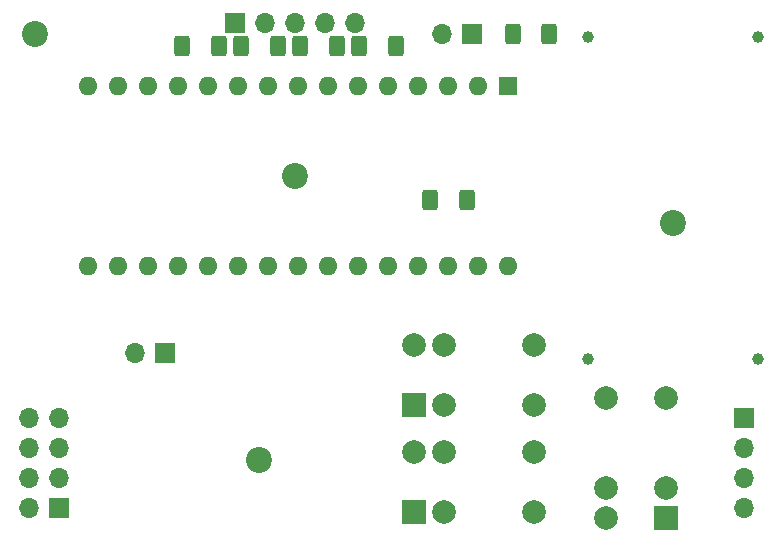
<source format=gbr>
%TF.GenerationSoftware,KiCad,Pcbnew,(6.0.6-0)*%
%TF.CreationDate,2022-07-16T17:32:29+08:00*%
%TF.ProjectId,__,8cc82e6b-6963-4616-945f-706362585858,rev?*%
%TF.SameCoordinates,Original*%
%TF.FileFunction,Soldermask,Bot*%
%TF.FilePolarity,Negative*%
%FSLAX46Y46*%
G04 Gerber Fmt 4.6, Leading zero omitted, Abs format (unit mm)*
G04 Created by KiCad (PCBNEW (6.0.6-0)) date 2022-07-16 17:32:29*
%MOMM*%
%LPD*%
G01*
G04 APERTURE LIST*
G04 Aperture macros list*
%AMRoundRect*
0 Rectangle with rounded corners*
0 $1 Rounding radius*
0 $2 $3 $4 $5 $6 $7 $8 $9 X,Y pos of 4 corners*
0 Add a 4 corners polygon primitive as box body*
4,1,4,$2,$3,$4,$5,$6,$7,$8,$9,$2,$3,0*
0 Add four circle primitives for the rounded corners*
1,1,$1+$1,$2,$3*
1,1,$1+$1,$4,$5*
1,1,$1+$1,$6,$7*
1,1,$1+$1,$8,$9*
0 Add four rect primitives between the rounded corners*
20,1,$1+$1,$2,$3,$4,$5,0*
20,1,$1+$1,$4,$5,$6,$7,0*
20,1,$1+$1,$6,$7,$8,$9,0*
20,1,$1+$1,$8,$9,$2,$3,0*%
G04 Aperture macros list end*
%ADD10C,2.200000*%
%ADD11R,1.700000X1.700000*%
%ADD12O,1.700000X1.700000*%
%ADD13R,1.600000X1.600000*%
%ADD14O,1.600000X1.600000*%
%ADD15C,1.000000*%
%ADD16R,2.000000X2.000000*%
%ADD17C,2.000000*%
%ADD18RoundRect,0.250000X-0.400000X-0.625000X0.400000X-0.625000X0.400000X0.625000X-0.400000X0.625000X0*%
%ADD19RoundRect,0.250000X0.400000X0.625000X-0.400000X0.625000X-0.400000X-0.625000X0.400000X-0.625000X0*%
G04 APERTURE END LIST*
D10*
%TO.C,M2*%
X86000000Y-105000000D03*
%TD*%
D11*
%TO.C,J4_LIGHT*%
X127000000Y-101460000D03*
D12*
X127000000Y-104000000D03*
X127000000Y-106540000D03*
X127000000Y-109080000D03*
%TD*%
D11*
%TO.C,J2_BTN*%
X104000000Y-69000000D03*
D12*
X101460000Y-69000000D03*
%TD*%
D13*
%TO.C,Arduino1*%
X107050000Y-73390000D03*
D14*
X104510000Y-73390000D03*
X101970000Y-73390000D03*
X99430000Y-73390000D03*
X96890000Y-73390000D03*
X94350000Y-73390000D03*
X91810000Y-73390000D03*
X89270000Y-73390000D03*
X86730000Y-73390000D03*
X84190000Y-73390000D03*
X81650000Y-73390000D03*
X79110000Y-73390000D03*
X76570000Y-73390000D03*
X74030000Y-73390000D03*
X71490000Y-73390000D03*
X71490000Y-88630000D03*
X74030000Y-88630000D03*
X76570000Y-88630000D03*
X79110000Y-88630000D03*
X81650000Y-88630000D03*
X84190000Y-88630000D03*
X86730000Y-88630000D03*
X89270000Y-88630000D03*
X91810000Y-88630000D03*
X94350000Y-88630000D03*
X96890000Y-88630000D03*
X99430000Y-88630000D03*
X101970000Y-88630000D03*
X104510000Y-88630000D03*
X107050000Y-88630000D03*
%TD*%
D15*
%TO.C,TR1*%
X113800000Y-69250000D03*
X128200000Y-69250000D03*
X113800000Y-96500000D03*
X128200000Y-96500000D03*
%TD*%
D16*
%TO.C,K2*%
X120407500Y-109957500D03*
D17*
X120407500Y-107417500D03*
X120407500Y-99797500D03*
X115327500Y-99797500D03*
X115327500Y-107417500D03*
X115327500Y-109957500D03*
%TD*%
D10*
%TO.C,M2*%
X67000000Y-69000000D03*
%TD*%
%TO.C,M2*%
X89000000Y-81000000D03*
%TD*%
D16*
%TO.C,K1*%
X99042500Y-109407500D03*
D17*
X101582500Y-109407500D03*
X109202500Y-109407500D03*
X109202500Y-104327500D03*
X101582500Y-104327500D03*
X99042500Y-104327500D03*
%TD*%
D11*
%TO.C,J3_2.4G*%
X69000000Y-109080000D03*
D12*
X66460000Y-109080000D03*
X69000000Y-106540000D03*
X66460000Y-106540000D03*
X69000000Y-104000000D03*
X66460000Y-104000000D03*
X69000000Y-101460000D03*
X66460000Y-101460000D03*
%TD*%
D11*
%TO.C,J6_PWR*%
X78000000Y-96000000D03*
D12*
X75460000Y-96000000D03*
%TD*%
D11*
%TO.C,J1_LED*%
X83925000Y-68000000D03*
D12*
X86465000Y-68000000D03*
X89005000Y-68000000D03*
X91545000Y-68000000D03*
X94085000Y-68000000D03*
%TD*%
D16*
%TO.C,K3*%
X99042500Y-100407500D03*
D17*
X101582500Y-100407500D03*
X109202500Y-100407500D03*
X109202500Y-95327500D03*
X101582500Y-95327500D03*
X99042500Y-95327500D03*
%TD*%
D10*
%TO.C,M2*%
X121000000Y-85000000D03*
%TD*%
D18*
%TO.C,R2*%
X94450000Y-70000000D03*
X97550000Y-70000000D03*
%TD*%
%TO.C,R3*%
X89450000Y-70000000D03*
X92550000Y-70000000D03*
%TD*%
D19*
%TO.C,R1*%
X110550000Y-69000000D03*
X107450000Y-69000000D03*
%TD*%
%TO.C,R6*%
X103550000Y-83000000D03*
X100450000Y-83000000D03*
%TD*%
D18*
%TO.C,R4*%
X84450000Y-70000000D03*
X87550000Y-70000000D03*
%TD*%
%TO.C,R5*%
X79450000Y-70000000D03*
X82550000Y-70000000D03*
%TD*%
M02*

</source>
